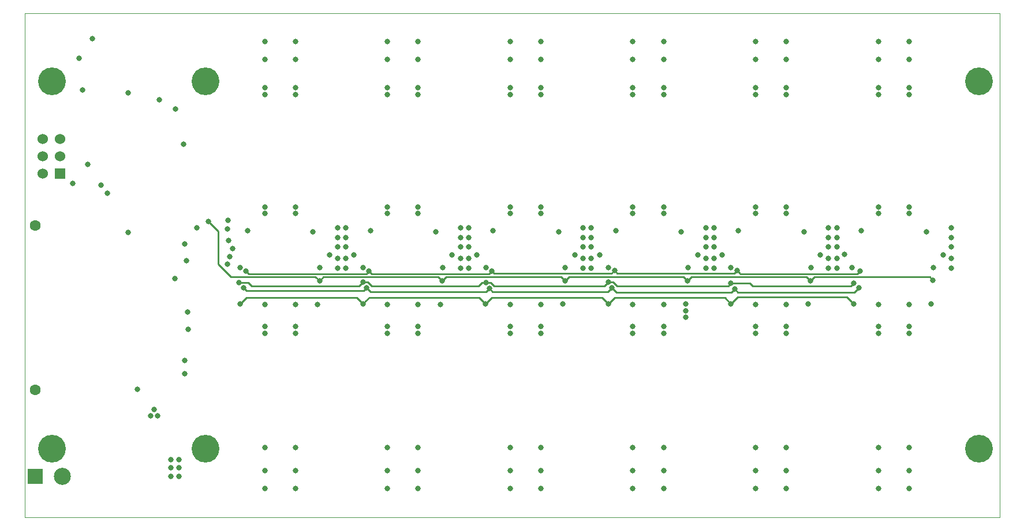
<source format=gbr>
G04 #@! TF.GenerationSoftware,KiCad,Pcbnew,(5.1.4)-1*
G04 #@! TF.CreationDate,2019-09-05T13:30:00+01:00*
G04 #@! TF.ProjectId,lpa96,6c706139-362e-46b6-9963-61645f706362,2.1*
G04 #@! TF.SameCoordinates,Original*
G04 #@! TF.FileFunction,Copper,L2,Inr*
G04 #@! TF.FilePolarity,Positive*
%FSLAX46Y46*%
G04 Gerber Fmt 4.6, Leading zero omitted, Abs format (unit mm)*
G04 Created by KiCad (PCBNEW (5.1.4)-1) date 2019-09-05 13:30:00*
%MOMM*%
%LPD*%
G04 APERTURE LIST*
%ADD10C,0.100000*%
%ADD11R,2.300000X2.300000*%
%ADD12C,2.500000*%
%ADD13R,1.524000X1.524000*%
%ADD14C,1.524000*%
%ADD15C,1.600000*%
%ADD16C,4.064000*%
%ADD17C,0.800000*%
%ADD18C,0.250000*%
G04 APERTURE END LIST*
D10*
X67000000Y-168500000D02*
X67000000Y-94500000D01*
X210000000Y-168500000D02*
X67000000Y-168500000D01*
X210000000Y-94500000D02*
X210000000Y-168500000D01*
X67000000Y-94500000D02*
X210000000Y-94500000D01*
D11*
X68520000Y-162500000D03*
D12*
X72480000Y-162500000D03*
D13*
X72140000Y-118040000D03*
D14*
X69600000Y-118040000D03*
X72140000Y-115500000D03*
X69600000Y-115500000D03*
X72140000Y-112960000D03*
X69600000Y-112960000D03*
D15*
X68500000Y-125700000D03*
X68500000Y-149850000D03*
D16*
X207000000Y-158500000D03*
X207000000Y-104500000D03*
X71000000Y-158500000D03*
X93500000Y-158500000D03*
X93500000Y-104500000D03*
X71000000Y-104500000D03*
D17*
X90500000Y-145500000D03*
X78200024Y-119800000D03*
X89000000Y-133500000D03*
X79099988Y-121000002D03*
X82200000Y-106200000D03*
X75000012Y-101165715D03*
X76200000Y-116700000D03*
X91000002Y-140900000D03*
X90700000Y-130900014D03*
X76900000Y-98300000D03*
X85500000Y-153600000D03*
X86500000Y-153600000D03*
X86000000Y-152700000D03*
X106700000Y-137300000D03*
X102200000Y-161700000D03*
X106700000Y-161700000D03*
X196700000Y-137300000D03*
X178700000Y-137300000D03*
X160700000Y-137300000D03*
X142700000Y-137300000D03*
X124700000Y-137300000D03*
X192200000Y-161700000D03*
X174200000Y-161700000D03*
X156200000Y-161700000D03*
X138200000Y-161700000D03*
X120200000Y-161700000D03*
X192200000Y-123900000D03*
X142700000Y-101300000D03*
X124700000Y-101300000D03*
X192200000Y-98700000D03*
X160700000Y-101300000D03*
X178700000Y-101300000D03*
X174200000Y-98700000D03*
X156200000Y-98700000D03*
X138200000Y-98700000D03*
X120200000Y-98700000D03*
X196700000Y-98700000D03*
X178700000Y-98700000D03*
X160700000Y-98700000D03*
X142700000Y-98700000D03*
X124700000Y-98700000D03*
X102200000Y-164300000D03*
X102200000Y-137300000D03*
X106700000Y-164300000D03*
X196700000Y-164300000D03*
X178700000Y-164300000D03*
X160700000Y-164300000D03*
X142700000Y-164300000D03*
X124700000Y-164300000D03*
X192200000Y-101300000D03*
X174200000Y-101300000D03*
X156200000Y-101300000D03*
X138200000Y-101300000D03*
X120200000Y-101300000D03*
X196700000Y-101300000D03*
X196700000Y-123900000D03*
X192200000Y-164300000D03*
X174200000Y-164300000D03*
X156200000Y-164300000D03*
X138200000Y-164300000D03*
X120200000Y-164300000D03*
X196700000Y-161700000D03*
X178700000Y-161700000D03*
X160700000Y-161700000D03*
X142700000Y-161700000D03*
X124700000Y-161700000D03*
X192200000Y-137300000D03*
X174200000Y-137300000D03*
X156200000Y-137300000D03*
X138200000Y-137300000D03*
X120200000Y-137300000D03*
X102200000Y-101300000D03*
X106700000Y-101300000D03*
X102200000Y-98700000D03*
X106700000Y-98700000D03*
X196700000Y-122950000D03*
X192200000Y-122950000D03*
X196700000Y-106500000D03*
X178700000Y-106500000D03*
X160700000Y-106500000D03*
X142700000Y-106500000D03*
X124700000Y-106500000D03*
X102200000Y-106500000D03*
X192200000Y-106500000D03*
X174200000Y-106500000D03*
X156200000Y-106500000D03*
X138200000Y-106500000D03*
X120200000Y-106500000D03*
X106700000Y-106500000D03*
X196700000Y-141550000D03*
X192200000Y-141550000D03*
X106700000Y-158300000D03*
X120200000Y-158300000D03*
X138200000Y-158300000D03*
X156200000Y-158300000D03*
X174200000Y-158300000D03*
X192200000Y-158300000D03*
X102200000Y-158300000D03*
X124700000Y-158300000D03*
X142700000Y-158300000D03*
X160700000Y-158300000D03*
X178700000Y-158300000D03*
X196700000Y-158300000D03*
X174200000Y-123900000D03*
X156200000Y-123900000D03*
X138200000Y-123900000D03*
X120200000Y-123900000D03*
X102200000Y-123900000D03*
X178700000Y-123900000D03*
X160700000Y-123900000D03*
X142700000Y-123900000D03*
X124700000Y-123900000D03*
X106700000Y-123900000D03*
X178700000Y-122950000D03*
X160700000Y-122950000D03*
X142700000Y-122950000D03*
X124700000Y-122950000D03*
X106700000Y-122950000D03*
X174200000Y-122950000D03*
X156200000Y-122950000D03*
X138200000Y-122950000D03*
X120200000Y-122950000D03*
X102200000Y-122950000D03*
X196700000Y-140550000D03*
X192200000Y-140550000D03*
X178700000Y-141550000D03*
X160700000Y-141550000D03*
X142700000Y-141550000D03*
X124700000Y-141550000D03*
X106700000Y-141550000D03*
X174200000Y-141550000D03*
X156200000Y-141550000D03*
X138200000Y-141550000D03*
X120200000Y-141550000D03*
X102200000Y-141550000D03*
X174200000Y-140550000D03*
X156200000Y-140550000D03*
X138200000Y-140550000D03*
X120200000Y-140550000D03*
X102200000Y-140550000D03*
X178700000Y-140550000D03*
X160700000Y-140550000D03*
X142700000Y-140550000D03*
X124700000Y-140550000D03*
X106700000Y-140550000D03*
X196700000Y-105500000D03*
X178700000Y-105500000D03*
X160700000Y-105500000D03*
X142700000Y-105500000D03*
X124700000Y-105500000D03*
X102200000Y-105500000D03*
X192200000Y-105500000D03*
X174200000Y-105500000D03*
X156200000Y-105500000D03*
X138200000Y-105500000D03*
X120200000Y-105500000D03*
X106700000Y-105500000D03*
X188552650Y-134135329D03*
X170599604Y-134134189D03*
X152638187Y-133962333D03*
X134654669Y-134058321D03*
X116638187Y-133975010D03*
X98425839Y-134074161D03*
X188600000Y-137199992D03*
X170600000Y-137199992D03*
X152600000Y-137199992D03*
X134600000Y-137199992D03*
X116600000Y-137199992D03*
X98600000Y-137199992D03*
X92245002Y-126000000D03*
X89100000Y-108600000D03*
X117500059Y-132374990D03*
X135500059Y-132375190D03*
X153500059Y-132325010D03*
X171500059Y-132325010D03*
X189500059Y-132375190D03*
X99450444Y-132375478D03*
X200235200Y-133735200D03*
X110235200Y-133825010D03*
X128235200Y-133825210D03*
X146235200Y-133825010D03*
X164235200Y-133825010D03*
X182235200Y-133825210D03*
X93900000Y-125100000D03*
X189315451Y-134828951D03*
X171150115Y-135049609D03*
X153103710Y-134847382D03*
X135148812Y-134927715D03*
X117108984Y-134857265D03*
X99096105Y-134816297D03*
X90500000Y-128400000D03*
X90500000Y-147500000D03*
X98600025Y-131849350D03*
X96700006Y-131400000D03*
X97099998Y-130300000D03*
X97487346Y-129112666D03*
X96900000Y-127900000D03*
X96699992Y-126200000D03*
X96799996Y-124900000D03*
X99700000Y-126500000D03*
X109300000Y-126600000D03*
X112900000Y-126000000D03*
X112900000Y-127500000D03*
X112900000Y-128799964D03*
X111700000Y-130000000D03*
X112900000Y-130500000D03*
X112900000Y-132000000D03*
X110300000Y-131919410D03*
X116631059Y-131880153D03*
X114100000Y-132000000D03*
X114100000Y-130500000D03*
X115300000Y-130000000D03*
X114100000Y-128800000D03*
X114100000Y-127500000D03*
X114100000Y-126000000D03*
X117700000Y-126500000D03*
X127300000Y-126600000D03*
X130900000Y-126000000D03*
X130900000Y-127500000D03*
X130900000Y-128799964D03*
X129700000Y-130000000D03*
X130900000Y-130500000D03*
X130900000Y-132000000D03*
X128300000Y-131919410D03*
X134631153Y-131880189D03*
X132100000Y-130500000D03*
X133300000Y-130000000D03*
X132100000Y-128800000D03*
X132100000Y-127500000D03*
X132100000Y-126000000D03*
X135700000Y-126500000D03*
X145300000Y-126600000D03*
X148900000Y-126000000D03*
X148900000Y-127500000D03*
X148900000Y-128799964D03*
X147700000Y-130000000D03*
X148900000Y-130500000D03*
X148900000Y-132000000D03*
X146300000Y-131919410D03*
X152586235Y-131869410D03*
X150100000Y-132000000D03*
X150100000Y-130500000D03*
X151300000Y-130000000D03*
X150100000Y-128800000D03*
X150100000Y-127500000D03*
X150100000Y-126000000D03*
X153700000Y-126500000D03*
X163300000Y-126600000D03*
X166900000Y-126000000D03*
X166900000Y-127500000D03*
X166900000Y-128799964D03*
X165700000Y-130000000D03*
X166900000Y-130500000D03*
X166900000Y-132000000D03*
X164300000Y-131919410D03*
X170586235Y-131869410D03*
X168100000Y-132000000D03*
X168100000Y-130500000D03*
X169300000Y-130000000D03*
X168100000Y-128800000D03*
X168100000Y-127500000D03*
X168100000Y-126000000D03*
X171700000Y-126500000D03*
X181300000Y-126600000D03*
X184900000Y-126000000D03*
X184900000Y-127500000D03*
X184900000Y-128799964D03*
X183700000Y-130000000D03*
X184900000Y-130500000D03*
X184900000Y-132000000D03*
X182300000Y-131919410D03*
X188330288Y-131861590D03*
X186100000Y-132000000D03*
X186100000Y-130500000D03*
X187247338Y-129959137D03*
X186100000Y-128800000D03*
X186100000Y-127500000D03*
X186100000Y-126000000D03*
X189700000Y-126500000D03*
X199300000Y-126600000D03*
X202900000Y-126000000D03*
X202900000Y-127500000D03*
X202900000Y-128799964D03*
X201700000Y-130000000D03*
X202900000Y-130500000D03*
X202900000Y-132000000D03*
X200300000Y-131919410D03*
X132100000Y-132000000D03*
X88400000Y-162500000D03*
X89600000Y-162500000D03*
X88400000Y-161300000D03*
X89600000Y-161300000D03*
X89600000Y-160100000D03*
X199950000Y-137250000D03*
X181900000Y-137250000D03*
X163950000Y-137250000D03*
X145950000Y-137250000D03*
X127950000Y-137300000D03*
X109900000Y-137300000D03*
X75500000Y-105800000D03*
X74000000Y-119500000D03*
X90300000Y-113800000D03*
X163950000Y-138200000D03*
X163950000Y-139200000D03*
X82200000Y-126700000D03*
X83550000Y-149750000D03*
X90900000Y-138400000D03*
X88400000Y-160100000D03*
X86700000Y-107200000D03*
D18*
X173384189Y-134134189D02*
X170599604Y-134134189D01*
X173800211Y-134550211D02*
X173384189Y-134134189D01*
X188552650Y-134135329D02*
X188137768Y-134550211D01*
X188137768Y-134550211D02*
X173800211Y-134550211D01*
X153203872Y-133962333D02*
X152638187Y-133962333D01*
X153291663Y-133962333D02*
X153203872Y-133962333D01*
X153879341Y-134550011D02*
X153291663Y-133962333D01*
X170183782Y-134550011D02*
X153879341Y-134550011D01*
X170599604Y-134134189D02*
X170183782Y-134550011D01*
X135220354Y-134058321D02*
X134654669Y-134058321D01*
X135352420Y-134058321D02*
X135220354Y-134058321D01*
X135844110Y-134550011D02*
X135352420Y-134058321D01*
X152050509Y-134550011D02*
X135844110Y-134550011D01*
X152638187Y-133962333D02*
X152050509Y-134550011D01*
X117203872Y-133975010D02*
X116638187Y-133975010D01*
X117299731Y-133975010D02*
X117203872Y-133975010D01*
X117874932Y-134550211D02*
X117299731Y-133975010D01*
X133597094Y-134550211D02*
X117874932Y-134550211D01*
X134654669Y-134058321D02*
X134088984Y-134058321D01*
X134088984Y-134058321D02*
X133597094Y-134550211D01*
X98991524Y-134074161D02*
X98425839Y-134074161D01*
X116638187Y-133975010D02*
X116063186Y-134550011D01*
X100250011Y-134550011D02*
X99774161Y-134074161D01*
X99774161Y-134074161D02*
X98991524Y-134074161D01*
X116063186Y-134550011D02*
X100250011Y-134550011D01*
X116999999Y-136799993D02*
X116600000Y-137199992D01*
X117524993Y-136274999D02*
X116999999Y-136799993D01*
X133675007Y-136274999D02*
X117524993Y-136274999D01*
X134600000Y-137199992D02*
X133675007Y-136274999D01*
X98999999Y-136799993D02*
X98600000Y-137199992D01*
X99524993Y-136274999D02*
X98999999Y-136799993D01*
X115674999Y-136274999D02*
X99524993Y-136274999D01*
X116600000Y-137199992D02*
X116599992Y-137199992D01*
X116599992Y-137199992D02*
X115674999Y-136274999D01*
X134999999Y-136799993D02*
X134600000Y-137199992D01*
X135524993Y-136274999D02*
X134999999Y-136799993D01*
X151674999Y-136274999D02*
X135524993Y-136274999D01*
X152600000Y-137199992D02*
X152599992Y-137199992D01*
X152599992Y-137199992D02*
X151674999Y-136274999D01*
X170999999Y-136799993D02*
X170600000Y-137199992D01*
X171599992Y-136200000D02*
X170999999Y-136799993D01*
X188600000Y-137199992D02*
X187600008Y-136200000D01*
X187600008Y-136200000D02*
X171599992Y-136200000D01*
X152999999Y-136799993D02*
X152600000Y-137199992D01*
X153524993Y-136274999D02*
X152999999Y-136799993D01*
X169674999Y-136274999D02*
X153524993Y-136274999D01*
X170600000Y-137199992D02*
X170599992Y-137199992D01*
X170599992Y-137199992D02*
X169674999Y-136274999D01*
X171900058Y-132725009D02*
X171500059Y-132325010D01*
X171950238Y-132775189D02*
X171900058Y-132725009D01*
X189100060Y-132775189D02*
X171950238Y-132775189D01*
X189500059Y-132375190D02*
X189100060Y-132775189D01*
X153900058Y-132725009D02*
X153500059Y-132325010D01*
X171100060Y-132725009D02*
X153900058Y-132725009D01*
X171500059Y-132325010D02*
X171100060Y-132725009D01*
X117900058Y-132774989D02*
X117500059Y-132374990D01*
X117900258Y-132775189D02*
X117900058Y-132774989D01*
X135100060Y-132775189D02*
X117900258Y-132775189D01*
X135500059Y-132375190D02*
X135100060Y-132775189D01*
X135874869Y-132750000D02*
X135500059Y-132375190D01*
X153500059Y-132325010D02*
X153075069Y-132750000D01*
X153075069Y-132750000D02*
X135874869Y-132750000D01*
X117500059Y-132374990D02*
X117100060Y-132774989D01*
X99849955Y-132774989D02*
X99450444Y-132375478D01*
X117100060Y-132774989D02*
X99849955Y-132774989D01*
X164835011Y-133225199D02*
X164235200Y-133825010D01*
X170925199Y-133225199D02*
X164835011Y-133225199D01*
X171700000Y-133225199D02*
X170925199Y-133225199D01*
X182235200Y-133825210D02*
X181635189Y-133225199D01*
X181635189Y-133225199D02*
X171700000Y-133225199D01*
X199750000Y-133250000D02*
X182810410Y-133250000D01*
X200235200Y-133735200D02*
X199750000Y-133250000D01*
X182810410Y-133250000D02*
X182635199Y-133425211D01*
X182635199Y-133425211D02*
X182235200Y-133825210D01*
X146860200Y-133200010D02*
X146235200Y-133825010D01*
X152100010Y-133200010D02*
X146860200Y-133200010D01*
X152100020Y-133200000D02*
X152100010Y-133200010D01*
X164235200Y-133825010D02*
X163610190Y-133200000D01*
X163610190Y-133200000D02*
X152100020Y-133200000D01*
X145835201Y-133425011D02*
X146235200Y-133825010D01*
X145660190Y-133250000D02*
X145835201Y-133425011D01*
X128235200Y-133825210D02*
X128810410Y-133250000D01*
X128810410Y-133250000D02*
X145660190Y-133250000D01*
X127659990Y-133250000D02*
X128235200Y-133825210D01*
X110235200Y-133825010D02*
X110810210Y-133250000D01*
X110810210Y-133250000D02*
X127659990Y-133250000D01*
X93917157Y-125100000D02*
X93900000Y-125100000D01*
X95400000Y-126582843D02*
X93917157Y-125100000D01*
X95400000Y-131400000D02*
X95400000Y-126582843D01*
X97224999Y-133224999D02*
X95400000Y-131400000D01*
X110235200Y-133825010D02*
X109635189Y-133224999D01*
X109635189Y-133224999D02*
X97224999Y-133224999D01*
X171600506Y-135500000D02*
X171150115Y-135049609D01*
X189315451Y-134828951D02*
X188644402Y-135500000D01*
X188644402Y-135500000D02*
X171600506Y-135500000D01*
X153806328Y-135550000D02*
X153103710Y-134847382D01*
X171150115Y-135049609D02*
X170649724Y-135550000D01*
X170649724Y-135550000D02*
X153806328Y-135550000D01*
X135621097Y-135400000D02*
X135148812Y-134927715D01*
X152550000Y-135400000D02*
X135621097Y-135400000D01*
X153103710Y-134847382D02*
X153102618Y-134847382D01*
X153102618Y-134847382D02*
X152550000Y-135400000D01*
X117701719Y-135450000D02*
X117108984Y-134857265D01*
X135148812Y-134927715D02*
X134626527Y-135450000D01*
X134626527Y-135450000D02*
X117701719Y-135450000D01*
X116708985Y-135257264D02*
X99537072Y-135257264D01*
X117108984Y-134857265D02*
X116708985Y-135257264D01*
X99537072Y-135257264D02*
X99096105Y-134816297D01*
M02*

</source>
